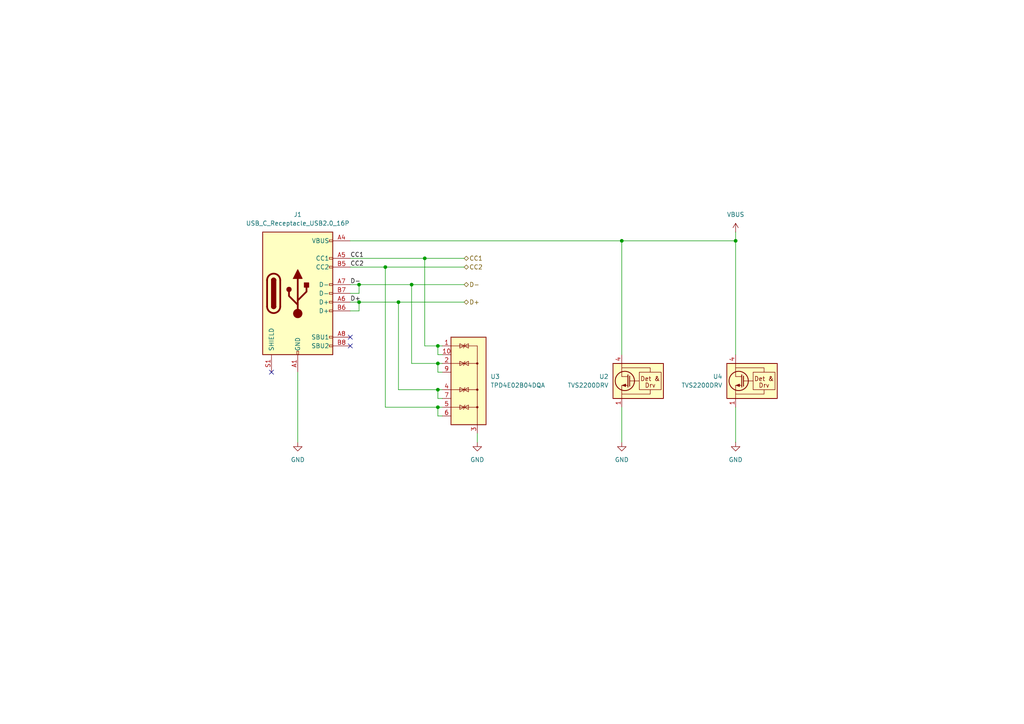
<source format=kicad_sch>
(kicad_sch (version 20231120) (generator "eeschema") (generator_version "8.0")
  (paper "A4")
  (title_block (title "USB-C Connector and Protection") (date "2025-01-24") (rev "1.0") (comment 1 "This sheet has the schematic of the USB-C Connector and the protection circuitry"))
  (lib_symbols
    (symbol "Connector:USB_C_Receptacle_USB2.0_16P" (pin_names (offset 1.016))
      (property "Reference" "J" (at 0 22.225 0))
      (property "Value" "USB_C_Receptacle_USB2.0_16P" (at 0 19.685 0))
      (symbol "USB_C_Receptacle_USB2.0_16P_0_0"
        (rectangle (start -0.254 -17.78) (end 0.254 -16.764))
        (rectangle (start 10.16 -14.986) (end 9.144 -15.494))
        (rectangle (start 10.16 -12.446) (end 9.144 -12.954))
        (rectangle (start 10.16 -4.826) (end 9.144 -5.334))
        (rectangle (start 10.16 -2.286) (end 9.144 -2.794))
        (rectangle (start 10.16 0.254) (end 9.144 -0.254))
        (rectangle (start 10.16 2.794) (end 9.144 2.286))
        (rectangle (start 10.16 7.874) (end 9.144 7.366))
        (rectangle (start 10.16 10.414) (end 9.144 9.906))
        (rectangle (start 10.16 15.494) (end 9.144 14.986))
      )
      (symbol "USB_C_Receptacle_USB2.0_16P_0_1"
        (rectangle (start -10.16 17.78) (end 10.16 -17.78) (stroke (width 0.254)) (fill (type background)))
        (arc (start -8.89 -3.81) (mid -6.985 -5.7067) (end -5.08 -3.81) (stroke (width 0.508)))
        (arc (start -7.62 -3.81) (mid -6.985 -4.4423) (end -6.35 -3.81) (stroke (width 0.254)))
        (arc (start -7.62 -3.81) (mid -6.985 -4.4423) (end -6.35 -3.81) (stroke (width 0.254)) (fill (type outline)))
        (rectangle (start -7.62 -3.81) (end -6.35 3.81) (stroke (width 0.254)) (fill (type outline)))
        (arc (start -6.35 3.81) (mid -6.985 4.4423) (end -7.62 3.81) (stroke (width 0.254)))
        (arc (start -6.35 3.81) (mid -6.985 4.4423) (end -7.62 3.81) (stroke (width 0.254)) (fill (type outline)))
        (arc (start -5.08 3.81) (mid -6.985 5.7067) (end -8.89 3.81) (stroke (width 0.508)))
        (circle (center -2.54 1.143) (radius 0.635) (stroke (width 0.254)) (fill (type outline)))
        (circle (center 0 -5.842) (radius 1.27) (fill (type outline)))
        (polyline (pts (xy -8.89 -3.81) (xy -8.89 3.81)) (stroke (width 0.508)))
        (polyline (pts (xy -5.08 3.81) (xy -5.08 -3.81)) (stroke (width 0.508)))
        (polyline (pts (xy 0 -5.842) (xy 0 4.318)) (stroke (width 0.508)))
        (polyline (pts (xy 0 -3.302) (xy -2.54 -0.762) (xy -2.54 0.508)) (stroke (width 0.508)))
        (polyline (pts (xy 0 -2.032) (xy 2.54 0.508) (xy 2.54 1.778)) (stroke (width 0.508)))
        (polyline (pts (xy -1.27 4.318) (xy 0 6.858) (xy 1.27 4.318) (xy -1.27 4.318)) (stroke (width 0.254)) (fill (type outline)))
        (rectangle (start 1.905 1.778) (end 3.175 3.048) (stroke (width 0.254)) (fill (type outline)))
      )
      (symbol "USB_C_Receptacle_USB2.0_16P_1_1"
        (pin passive line (at 0 -22.86 90) (length 5.08) (name "GND") (number "A1"))
        (pin passive line (at 0 -22.86 90) (length 5.08) hide (name "GND") (number "A12"))
        (pin passive line (at 15.24 15.24 180) (length 5.08) (name "VBUS") (number "A4"))
        (pin bidirectional line (at 15.24 10.16 180) (length 5.08) (name "CC1") (number "A5"))
        (pin bidirectional line (at 15.24 -2.54 180) (length 5.08) (name "D+") (number "A6"))
        (pin bidirectional line (at 15.24 2.54 180) (length 5.08) (name "D-") (number "A7"))
        (pin bidirectional line (at 15.24 -12.7 180) (length 5.08) (name "SBU1") (number "A8"))
        (pin passive line (at 15.24 15.24 180) (length 5.08) hide (name "VBUS") (number "A9"))
        (pin passive line (at 0 -22.86 90) (length 5.08) hide (name "GND") (number "B1"))
        (pin passive line (at 0 -22.86 90) (length 5.08) hide (name "GND") (number "B12"))
        (pin passive line (at 15.24 15.24 180) (length 5.08) hide (name "VBUS") (number "B4"))
        (pin bidirectional line (at 15.24 7.62 180) (length 5.08) (name "CC2") (number "B5"))
        (pin bidirectional line (at 15.24 -5.08 180) (length 5.08) (name "D+") (number "B6"))
        (pin bidirectional line (at 15.24 0 180) (length 5.08) (name "D-") (number "B7"))
        (pin bidirectional line (at 15.24 -15.24 180) (length 5.08) (name "SBU2") (number "B8"))
        (pin passive line (at 15.24 15.24 180) (length 5.08) hide (name "VBUS") (number "B9"))
        (pin passive line (at -7.62 -22.86 90) (length 5.08) (name "SHIELD") (number "S1"))
      )
    )
    (symbol "Power_Protection:TPD4E02B04DQA" (pin_names hide)
      (property "Reference" "U" (at 2.54 -11.43 0))
      (property "Value" "TPD4E02B04DQA" (at 7.62 1.905 0))
      (symbol "TPD4E02B04DQA_0_0"
        (pin passive line (at 2.54 -15.24 90) (length 2.54) (name "G") (number "3"))
      )
      (symbol "TPD4E02B04DQA_0_1"
        (rectangle (start -5.08 12.7) (end 5.08 -12.7) (stroke (width 0.254)) (fill (type background)))
        (polyline (pts (xy -5.08 -7.62) (xy 2.54 -7.62)))
        (polyline (pts (xy -5.08 -2.54) (xy 2.54 -2.54)))
        (polyline (pts (xy -5.08 5.08) (xy 2.54 5.08)))
        (polyline (pts (xy -5.08 10.16) (xy 2.54 10.16)))
        (polyline (pts (xy 2.54 10.16) (xy 2.54 -12.7)) (stroke (width 0.1524)))
        (polyline (pts (xy -1.27 -7.62) (xy 0 -8.255) (xy 0 -6.985) (xy -1.27 -7.62)))
        (polyline (pts (xy -1.27 -2.54) (xy 0 -3.175) (xy 0 -1.905) (xy -1.27 -2.54)))
        (polyline (pts (xy -1.27 5.08) (xy 0 4.445) (xy 0 5.715) (xy -1.27 5.08)))
        (polyline (pts (xy -1.27 10.16) (xy 0 9.525) (xy 0 10.795) (xy -1.27 10.16)))
        (circle (center 2.54 -7.62) (radius 0.254) (fill (type outline)))
        (circle (center 2.54 -2.54) (radius 0.254) (fill (type outline)))
        (circle (center 2.54 5.08) (radius 0.254) (fill (type outline)))
      )
      (symbol "TPD4E02B04DQA_1_1"
        (polyline (pts (xy -1.524 -8.255) (xy -1.27 -8.001) (xy -1.27 -7.239) (xy -1.016 -6.985)))
        (polyline (pts (xy -1.524 -3.175) (xy -1.27 -2.921) (xy -1.27 -2.159) (xy -1.016 -1.905)))
        (polyline (pts (xy -1.524 4.445) (xy -1.27 4.699) (xy -1.27 5.461) (xy -1.016 5.715)))
        (polyline (pts (xy -1.524 9.525) (xy -1.27 9.779) (xy -1.27 10.541) (xy -1.016 10.795)))
        (polyline (pts (xy -1.27 -7.62) (xy -2.54 -8.255) (xy -2.54 -6.985) (xy -1.27 -7.62)))
        (polyline (pts (xy -1.27 -2.54) (xy -2.54 -3.175) (xy -2.54 -1.905) (xy -1.27 -2.54)))
        (polyline (pts (xy -1.27 5.08) (xy -2.54 4.445) (xy -2.54 5.715) (xy -1.27 5.08)))
        (polyline (pts (xy -1.27 10.16) (xy -2.54 9.525) (xy -2.54 10.795) (xy -1.27 10.16)))
        (pin passive line (at -7.62 10.16 0) (length 2.54) (name "IO1") (number "1"))
        (pin free line (at -7.62 7.62 0) (length 2.54) (name "NC") (number "10"))
        (pin passive line (at -7.62 5.08 0) (length 2.54) (name "IO2") (number "2"))
        (pin passive line (at -7.62 -2.54 0) (length 2.54) (name "IO3") (number "4"))
        (pin passive line (at -7.62 -7.62 0) (length 2.54) (name "IO4") (number "5"))
        (pin free line (at -7.62 -10.16 0) (length 2.54) (name "NC") (number "6"))
        (pin free line (at -7.62 -5.08 0) (length 2.54) (name "NC") (number "7"))
        (pin passive line (at 2.54 -15.24 90) (length 2.54) hide (name "G") (number "8"))
        (pin free line (at -7.62 2.54 0) (length 2.54) (name "NC") (number "9"))
      )
    )
    (symbol "Power_Protection:TVS2200DRV" (pin_names (offset 0) hide)
      (property "Reference" "U" (at 2.54 1.27 0))
      (property "Value" "TVS2200DRV" (at 2.54 -1.27 0))
      (symbol "TVS2200DRV_0_0"
        (rectangle (start -11.43 2.54) (end -5.08 -2.54))
        (polyline (pts (xy 0 1.27) (xy -1.778 1.27)))
        (polyline (pts (xy -8.255 -2.54) (xy -8.255 -3.81) (xy 0 -3.81)))
        (polyline (pts (xy -8.255 2.54) (xy -8.255 3.81) (xy 0 3.81)))
        (text "Det &" (at -8.255 0.635 0) (effects (font (size 1.27 1.27))))
        (text "Drv" (at -8.255 -1.27 0) (effects (font (size 1.27 1.27))))
      )
      (symbol "TVS2200DRV_0_1"
        (rectangle (start -12.065 5.08) (end 2.54 -5.08) (stroke (width 0.254)) (fill (type background)))
        (circle (center -0.889 0) (radius 2.794) (stroke (width 0.254)))
        (polyline (pts (xy -2.286 0) (xy -5.08 0)))
        (polyline (pts (xy -2.286 1.397) (xy -2.286 -1.524)) (stroke (width 0.254)))
        (polyline (pts (xy -1.778 1.778) (xy -1.778 -1.778)) (stroke (width 0.254)))
        (polyline (pts (xy 0 -2.54) (xy 0 -5.08)))
        (polyline (pts (xy 0 2.54) (xy 0 1.27)))
        (polyline (pts (xy 0 5.08) (xy 0 2.54)))
        (polyline (pts (xy 0 -2.54) (xy 0 -1.27) (xy -1.778 -1.27)))
        (polyline (pts (xy -0.127 -1.27) (xy -1.143 -1.651) (xy -1.143 -0.889) (xy -0.127 -1.27)) (fill (type outline)))
      )
      (symbol "TVS2200DRV_1_1"
        (pin power_in line (at 0 -7.62 90) (length 2.54) (name "GND") (number "1"))
        (pin passive line (at 0 -7.62 90) (length 2.54) hide (name "GND") (number "2"))
        (pin passive line (at 0 -7.62 90) (length 2.54) hide (name "GND") (number "3"))
        (pin passive line (at 0 7.62 270) (length 2.54) (name "IN") (number "4"))
        (pin passive line (at 0 7.62 270) (length 2.54) hide (name "IN") (number "5"))
        (pin passive line (at 0 7.62 270) (length 2.54) hide (name "IN") (number "6"))
        (pin passive line (at 0 -7.62 90) (length 2.54) hide (name "GND") (number "7"))
      )
    )
    (symbol "power:GND" (power) (pin_numbers hide) (pin_names (offset 0) hide)
      (property "Value" "GND" (at 0 -3.81 0))
      (symbol "GND_0_1"
        (polyline (pts (xy 0 0) (xy 0 -1.27) (xy 1.27 -1.27) (xy 0 -2.54) (xy -1.27 -1.27) (xy 0 -1.27)))
      )
      (symbol "GND_1_1"
        (pin power_in line (at 0 0 270) (length 0) (name "~") (number "1"))
      )
    )
    (symbol "power:VBUS" (power) (pin_numbers hide) (pin_names (offset 0) hide)
      (property "Value" "VBUS" (at 0 3.556 0))
      (symbol "VBUS_0_1"
        (polyline (pts (xy -0.762 1.27) (xy 0 2.54)))
        (polyline (pts (xy 0 0) (xy 0 2.54)))
        (polyline (pts (xy 0 2.54) (xy 0.762 1.27)))
      )
      (symbol "VBUS_1_1"
        (pin power_in line (at 0 0 90) (length 0) (name "~") (number "1"))
      )
    )
  )
  (junction (at 127 100.33))
  (junction (at 180.34 69.85))
  (junction (at 104.14 87.63))
  (junction (at 104.14 82.55))
  (junction (at 127 113.03))
  (junction (at 213.36 69.85))
  (junction (at 119.38 82.55))
  (junction (at 127 105.41))
  (junction (at 127 118.11))
  (junction (at 111.76 77.47))
  (junction (at 123.19 74.93))
  (junction (at 115.57 87.63))
  (no_connect (at 101.6 100.33))
  (no_connect (at 78.74 107.95))
  (no_connect (at 101.6 97.79))
  (wire (pts (xy 104.14 85.09) (xy 104.14 82.55)))
  (wire (pts (xy 127 105.41) (xy 119.38 105.41)))
  (wire (pts (xy 128.27 102.87) (xy 127 102.87)))
  (wire (pts (xy 180.34 118.11) (xy 180.34 128.27)))
  (wire (pts (xy 101.6 82.55) (xy 104.14 82.55)))
  (wire (pts (xy 104.14 90.17) (xy 104.14 87.63)))
  (wire (pts (xy 115.57 87.63) (xy 115.57 113.03)))
  (wire (pts (xy 119.38 82.55) (xy 119.38 105.41)))
  (wire (pts (xy 128.27 113.03) (xy 127 113.03)))
  (wire (pts (xy 138.43 125.73) (xy 138.43 128.27)))
  (wire (pts (xy 180.34 69.85) (xy 101.6 69.85)))
  (wire (pts (xy 128.27 100.33) (xy 127 100.33)))
  (wire (pts (xy 111.76 77.47) (xy 111.76 118.11)))
  (wire (pts (xy 123.19 74.93) (xy 134.62 74.93)))
  (wire (pts (xy 101.6 90.17) (xy 104.14 90.17)))
  (wire (pts (xy 127 113.03) (xy 127 115.57)))
  (wire (pts (xy 127 107.95) (xy 128.27 107.95)))
  (wire (pts (xy 101.6 87.63) (xy 104.14 87.63)))
  (wire (pts (xy 111.76 77.47) (xy 134.62 77.47)))
  (wire (pts (xy 86.36 107.95) (xy 86.36 128.27)))
  (wire (pts (xy 119.38 82.55) (xy 134.62 82.55)))
  (wire (pts (xy 127 113.03) (xy 115.57 113.03)))
  (wire (pts (xy 101.6 74.93) (xy 123.19 74.93)))
  (wire (pts (xy 127 115.57) (xy 128.27 115.57)))
  (wire (pts (xy 213.36 67.31) (xy 213.36 69.85)))
  (wire (pts (xy 213.36 69.85) (xy 213.36 102.87)))
  (wire (pts (xy 127 105.41) (xy 127 107.95)))
  (wire (pts (xy 127 118.11) (xy 111.76 118.11)))
  (wire (pts (xy 128.27 118.11) (xy 127 118.11)))
  (wire (pts (xy 104.14 82.55) (xy 119.38 82.55)))
  (wire (pts (xy 127 102.87) (xy 127 100.33)))
  (wire (pts (xy 128.27 105.41) (xy 127 105.41)))
  (wire (pts (xy 127 100.33) (xy 123.19 100.33)))
  (wire (pts (xy 115.57 87.63) (xy 134.62 87.63)))
  (wire (pts (xy 104.14 87.63) (xy 115.57 87.63)))
  (wire (pts (xy 123.19 100.33) (xy 123.19 74.93)))
  (wire (pts (xy 180.34 69.85) (xy 180.34 102.87)))
  (wire (pts (xy 101.6 85.09) (xy 104.14 85.09)))
  (wire (pts (xy 127 118.11) (xy 127 120.65)))
  (wire (pts (xy 101.6 77.47) (xy 111.76 77.47)))
  (wire (pts (xy 127 120.65) (xy 128.27 120.65)))
  (wire (pts (xy 180.34 69.85) (xy 213.36 69.85)))
  (wire (pts (xy 213.36 118.11) (xy 213.36 128.27)))
  (label "D+" (at 101.6 87.63 0))
  (label "CC1" (at 101.6 74.93 0))
  (label "CC2" (at 101.6 77.47 0))
  (label "D-" (at 101.6 82.55 0))
  (hierarchical_label "CC2" (shape bidirectional) (at 134.62 77.47 0))
  (hierarchical_label "D-" (shape bidirectional) (at 134.62 82.55 0))
  (hierarchical_label "D+" (shape bidirectional) (at 134.62 87.63 0))
  (hierarchical_label "CC1" (shape bidirectional) (at 134.62 74.93 0))
  (symbol (lib_id "power:GND") (at 86.36 128.27 0) (unit 1)
    (property "Reference" "#PWR02" (effects (hide yes)))
    (property "Value" "GND" (at 86.36 133.35 0))
    (property "Description" "Power symbol creates a global label with name \"GND\" , ground" (effects (hide yes)))
  )
  (symbol (lib_id "power:GND") (at 180.34 128.27 0) (unit 1)
    (property "Reference" "#PWR04" (effects (hide yes)))
    (property "Value" "GND" (at 180.34 133.35 0))
    (property "Description" "Power symbol creates a global label with name \"GND\" , ground" (effects (hide yes)))
  )
  (symbol (lib_id "Power_Protection:TPD4E02B04DQA") (at 135.89 110.49 0) (unit 1)
    (property "Reference" "U3" (at 142.24 109.2199 0) (effects (justify left)))
    (property "Value" "TPD4E02B04DQA" (at 142.24 111.7599 0) (effects (justify left)))
    (property "Footprint" "Package_SON:USON-10_2.5x1.0mm_P0.5mm" (effects (hide yes)))
    (property "Datasheet" "http://www.ti.com/lit/ds/symlink/tpd4e02b04.pdf" (effects (hide yes)))
    (property "Description" "4-Channel ESD Protection Diode for USB Type-C and HDMI 2.0, USON-10" (effects (hide yes)))
  )
  (symbol (lib_id "Power_Protection:TVS2200DRV") (at 213.36 110.49 0) (mirror y) (unit 1)
    (property "Reference" "U4" (at 209.55 109.2199 0) (effects (justify left)))
    (property "Value" "TVS2200DRV" (at 209.55 111.7599 0) (effects (justify left)))
    (property "Footprint" "Package_SON:WSON-6-1EP_2x2mm_P0.65mm_EP1x1.6mm" (effects (hide yes)))
    (property "Datasheet" "http://www.ti.com/lit/ds/symlink/tvs2200.pdf" (effects (hide yes)))
    (property "Description" "Flat-Clamp Surge Protection Device. 22Vrwm, WSON-6" (effects (hide yes)))
  )
  (symbol (lib_id "power:GND") (at 138.43 128.27 0) (unit 1)
    (property "Reference" "#PWR03" (effects (hide yes)))
    (property "Value" "GND" (at 138.43 133.35 0))
    (property "Description" "Power symbol creates a global label with name \"GND\" , ground" (effects (hide yes)))
  )
  (symbol (lib_id "Power_Protection:TVS2200DRV") (at 180.34 110.49 0) (mirror y) (unit 1)
    (property "Reference" "U2" (at 176.53 109.2199 0) (effects (justify left)))
    (property "Value" "TVS2200DRV" (at 176.53 111.7599 0) (effects (justify left)))
    (property "Footprint" "Package_SON:WSON-6-1EP_2x2mm_P0.65mm_EP1x1.6mm" (effects (hide yes)))
    (property "Datasheet" "http://www.ti.com/lit/ds/symlink/tvs2200.pdf" (effects (hide yes)))
    (property "Description" "Flat-Clamp Surge Protection Device. 22Vrwm, WSON-6" (effects (hide yes)))
  )
  (symbol (lib_id "power:VBUS") (at 213.36 67.31 0) (unit 1)
    (property "Reference" "#PWR01" (effects (hide yes)))
    (property "Value" "VBUS" (at 213.36 62.23 0))
    (property "Description" "Power symbol creates a global label with name \"VBUS\"" (effects (hide yes)))
  )
  (symbol (lib_id "power:GND") (at 213.36 128.27 0) (unit 1)
    (property "Reference" "#PWR026" (effects (hide yes)))
    (property "Value" "GND" (at 213.36 133.35 0))
    (property "Description" "Power symbol creates a global label with name \"GND\" , ground" (effects (hide yes)))
  )
  (symbol (lib_id "Connector:USB_C_Receptacle_USB2.0_16P") (at 86.36 85.09 0) (unit 1)
    (property "Reference" "J1" (at 86.36 62.23 0))
    (property "Value" "USB_C_Receptacle_USB2.0_16P" (at 86.36 64.77 0))
    (property "Footprint" "Connector_USB:USB_C_Receptacle_GCT_USB4110" (effects (hide yes)))
    (property "Datasheet" "https://www.usb.org/sites/default/files/documents/usb_type-c.zip" (effects (hide yes)))
    (property "Description" "USB 2.0-only 16P Type-C Receptacle connector" (effects (hide yes)))
  )
)
</source>
